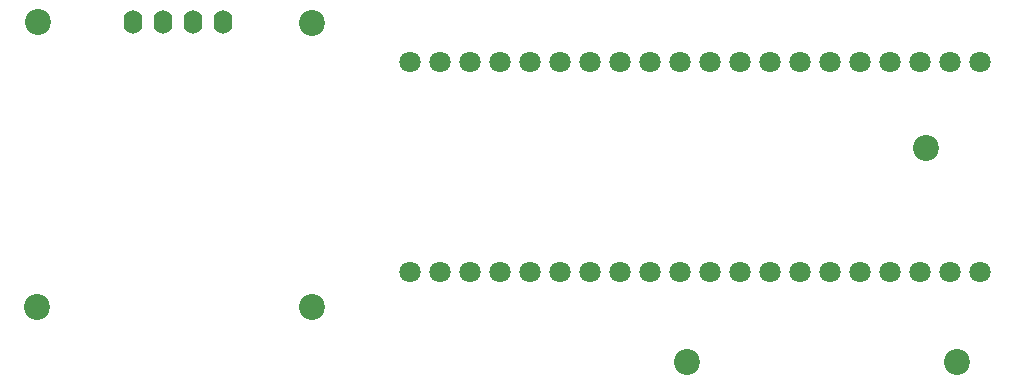
<source format=gbs>
%TF.GenerationSoftware,KiCad,Pcbnew,(6.0.1)*%
%TF.CreationDate,2022-04-16T19:03:55-06:00*%
%TF.ProjectId,PicoFlasher_Breakout_Board_V1.4,5069636f-466c-4617-9368-65725f427265,rev?*%
%TF.SameCoordinates,Original*%
%TF.FileFunction,Soldermask,Bot*%
%TF.FilePolarity,Negative*%
%FSLAX46Y46*%
G04 Gerber Fmt 4.6, Leading zero omitted, Abs format (unit mm)*
G04 Created by KiCad (PCBNEW (6.0.1)) date 2022-04-16 19:03:55*
%MOMM*%
%LPD*%
G01*
G04 APERTURE LIST*
%ADD10C,2.200000*%
%ADD11O,1.600000X2.000000*%
%ADD12C,1.800000*%
G04 APERTURE END LIST*
D10*
%TO.C,REF\u002A\u002A*%
X92500000Y-92250000D03*
%TD*%
%TO.C,REF\u002A\u002A*%
X115783500Y-92250000D03*
%TD*%
%TO.C,REF\u002A\u002A*%
X147525000Y-96900000D03*
%TD*%
%TO.C,REF\u002A\u002A*%
X92533500Y-68175000D03*
%TD*%
%TO.C,REF\u002A\u002A*%
X167725000Y-78850000D03*
%TD*%
%TO.C,REF\u002A\u002A*%
X170400000Y-96925000D03*
%TD*%
D11*
%TO.C,U2*%
X100630000Y-68150000D03*
X103170000Y-68150000D03*
X105710000Y-68150000D03*
X108250000Y-68150000D03*
%TD*%
D10*
%TO.C,REF\u002A\u002A*%
X115783500Y-68200000D03*
%TD*%
D12*
%TO.C,U1*%
X172330000Y-71500000D03*
X169790000Y-71500000D03*
X167250000Y-71500000D03*
X164710000Y-71500000D03*
X162170000Y-71500000D03*
X159630000Y-71500000D03*
X157090000Y-71500000D03*
X154550000Y-71500000D03*
X152010000Y-71500000D03*
X149470000Y-71500000D03*
X146930000Y-71500000D03*
X144390000Y-71500000D03*
X141850000Y-71500000D03*
X139310000Y-71500000D03*
X136770000Y-71500000D03*
X134230000Y-71500000D03*
X131690000Y-71500000D03*
X129150000Y-71500000D03*
X126610000Y-71500000D03*
X124070000Y-71500000D03*
X124070000Y-89280000D03*
X126610000Y-89280000D03*
X129150000Y-89280000D03*
X131690000Y-89280000D03*
X134230000Y-89280000D03*
X136770000Y-89280000D03*
X139310000Y-89280000D03*
X141850000Y-89280000D03*
X144390000Y-89280000D03*
X146930000Y-89280000D03*
X149470000Y-89280000D03*
X152010000Y-89280000D03*
X154550000Y-89280000D03*
X157090000Y-89280000D03*
X159630000Y-89280000D03*
X162170000Y-89280000D03*
X164710000Y-89280000D03*
X167250000Y-89280000D03*
X169790000Y-89280000D03*
X172330000Y-89280000D03*
%TD*%
M02*

</source>
